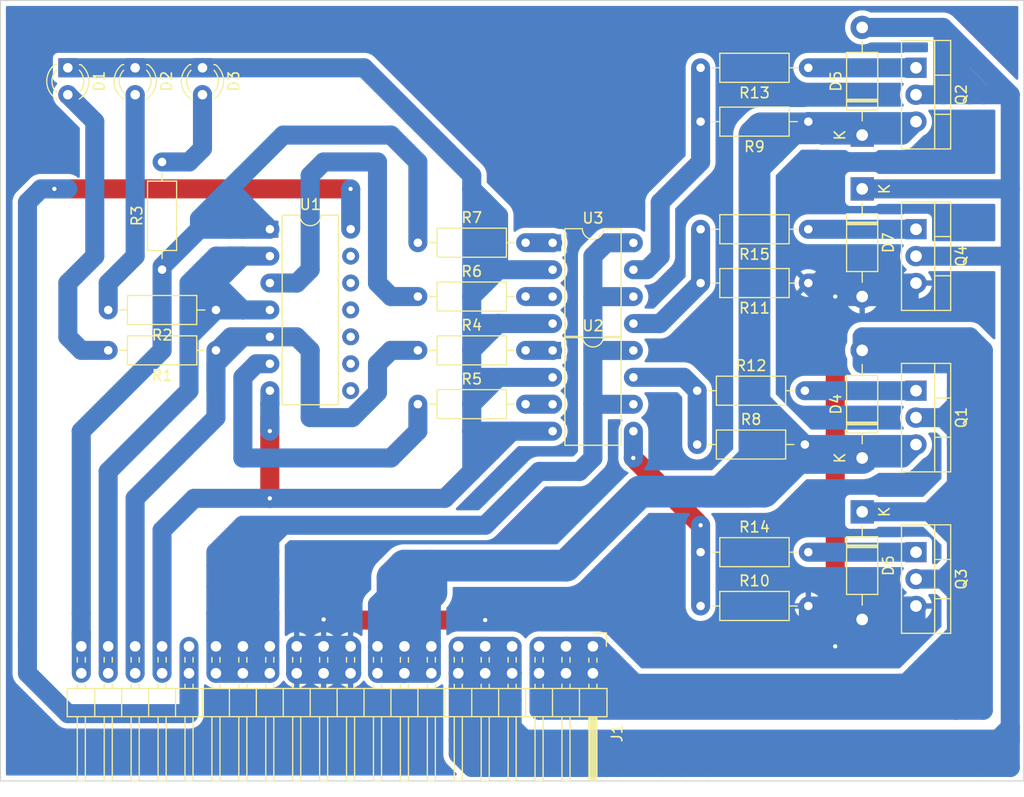
<source format=kicad_pcb>
(kicad_pcb (version 20211014) (generator pcbnew)
  (layers (0 "F.Cu" signal) (31 "B.Cu" signal) (34 "B.Paste" user) (35 "F.Paste" user) (36 "B.SilkS" user "B.Silkscreen") (37 "F.SilkS" user "F.Silkscreen") (38 "B.Mask" user) (39 "F.Mask" user) (44 "Edge.Cuts" user))
  (net 0 "")
  (net 1 "1")
  (net 2 "M+")
  (net 3 "4")
  (net 4 "M-")
  (net 5 "Net-(Q1-Pad1)")
  (net 6 "Net-(Q2-Pad1)")
  (net 7 "+12V")
  (net 8 "+24V")
  (net 9 "GND1")
  (net 10 "Net-(Q3-Pad1)")
  (net 11 "+5V")
  (net 12 "GND")
  (net 13 "Net-(Q4-Pad1)")
  (net 14 "PWM")
  (net 15 "1'")
  (net 16 "4'")
  (net 17 "2'")
  (net 18 "3'")
  (net 20 "2")
  (net 21 "3")
  (net 27 "Net-(D1-Pad2)")
  (net 28 "Net-(D2-Pad2)")
  (net 29 "Net-(D3-Pad2)")
  (net 30 "Net-(R6-Pad2)")
  (net 31 "Net-(R7-Pad2)")
  (net 32 "Net-(R4-Pad2)")
  (net 33 "Net-(R5-Pad2)")
  (footprint "Diode_THT:D_DO-41_SOD81_P10.16mm_Horizontal" (layer "F.Cu") (at 154.94 99.06 -90)
    (fp_text reference "D7")
    (fp_text value "ds")
  )
  (footprint "Resistor_THT:R_Axial_DIN0207_L6.3mm_D2.5mm_P10.16mm_Horizontal" (layer "F.Cu") (at 139.375 123.19)
    (fp_text reference "R8")
    (fp_text value "R")
  )
  (footprint "Resistor_THT:R_Axial_DIN0207_L6.3mm_D2.5mm_P10.16mm_Horizontal" (layer "F.Cu") (at 139.7 138.43)
    (fp_text reference "R10")
    (fp_text value "R")
  )
  (footprint "Resistor_THT:R_Axial_DIN0207_L6.3mm_D2.5mm_P10.16mm_Horizontal" (layer "F.Cu") (at 88.9 106.68 90)
    (fp_text reference "R3")
    (fp_text value "R")
  )
  (footprint "LED_THT:LED_D3.0mm" (layer "F.Cu") (at 92.71 87.63 -90)
    (fp_text reference "D3")
    (fp_text value "LED")
  )
  (footprint "Package_DIP:DIP-8_W7.62mm" (layer "F.Cu") (at 125.74 114.31)
    (fp_text reference "U2")
    (fp_text value "TLP627-2")
  )
  (footprint "Diode_THT:D_DO-41_SOD81_P10.16mm_Horizontal" (layer "F.Cu") (at 154.94 129.54 -90)
    (fp_text reference "D6")
    (fp_text value "ds")
  )
  (footprint "Resistor_THT:R_Axial_DIN0207_L6.3mm_D2.5mm_P10.16mm_Horizontal" (layer "F.Cu") (at 139.7 133.35)
    (fp_text reference "R14")
    (fp_text value "R")
  )
  (footprint "LED_THT:LED_D3.0mm" (layer "F.Cu") (at 86.36 87.63 -90)
    (fp_text reference "D2")
    (fp_text value "LED")
  )
  (footprint "Resistor_THT:R_Axial_DIN0207_L6.3mm_D2.5mm_P10.16mm_Horizontal" (layer "F.Cu") (at 149.86 107.95 180)
    (fp_text reference "R11")
    (fp_text value "R")
  )
  (footprint "Resistor_THT:R_Axial_DIN0207_L6.3mm_D2.5mm_P10.16mm_Horizontal" (layer "F.Cu") (at 113.03 104.14)
    (fp_text reference "R7")
    (fp_text value "R")
  )
  (footprint "Diode_THT:D_DO-41_SOD81_P10.16mm_Horizontal" (layer "F.Cu") (at 154.94 124.46 90)
    (fp_text reference "D4")
    (fp_text value "ds")
  )
  (footprint "Resistor_THT:R_Axial_DIN0207_L6.3mm_D2.5mm_P10.16mm_Horizontal" (layer "F.Cu") (at 113.03 119.38)
    (fp_text reference "R5")
    (fp_text value "R")
  )
  (footprint "Resistor_THT:R_Axial_DIN0207_L6.3mm_D2.5mm_P10.16mm_Horizontal" (layer "F.Cu") (at 113.03 114.3)
    (fp_text reference "R4")
    (fp_text value "R")
  )
  (footprint "LED_THT:LED_D3.0mm" (layer "F.Cu") (at 80.01 87.63 -90)
    (fp_text reference "D1")
    (fp_text value "LED")
  )
  (footprint "Package_TO_SOT_THT:TO-220-3_Vertical" (layer "F.Cu") (at 160.02 133.35 -90)
    (fp_text reference "Q3")
    (fp_text value "irf3205")
  )
  (footprint "Resistor_THT:R_Axial_DIN0207_L6.3mm_D2.5mm_P10.16mm_Horizontal" (layer "F.Cu") (at 149.86 102.87 180)
    (fp_text reference "R15")
    (fp_text value "R")
  )
  (footprint "Diode_THT:D_DO-41_SOD81_P10.16mm_Horizontal" (layer "F.Cu") (at 154.94 93.98 90)
    (fp_text reference "D5")
    (fp_text value "ds")
  )
  (footprint "Resistor_THT:R_Axial_DIN0207_L6.3mm_D2.5mm_P10.16mm_Horizontal" (layer "F.Cu") (at 93.98 110.49 180)
    (fp_text reference "R2")
    (fp_text value "R")
  )
  (footprint "Package_TO_SOT_THT:TO-220-3_Vertical" (layer "F.Cu") (at 160.02 118.11 -90)
    (fp_text reference "Q1")
    (fp_text value "２ＳＪ３３４")
  )
  (footprint "Resistor_THT:R_Axial_DIN0207_L6.3mm_D2.5mm_P10.16mm_Horizontal" (layer "F.Cu") (at 93.98 114.3 180)
    (fp_text reference "R1")
    (fp_text value "R")
  )
  (footprint "Resistor_THT:R_Axial_DIN0207_L6.3mm_D2.5mm_P10.16mm_Horizontal" (layer "F.Cu") (at 149.86 92.71 180)
    (fp_text reference "R9")
    (fp_text value "R")
  )
  (footprint "Package_TO_SOT_THT:TO-220-3_Vertical" (layer "F.Cu") (at 160.02 87.63 -90)
    (fp_text reference "Q2")
    (fp_text value "２ＳＪ３３４")
  )
  (footprint "Resistor_THT:R_Axial_DIN0207_L6.3mm_D2.5mm_P10.16mm_Horizontal" (layer "F.Cu") (at 113.03 109.22)
    (fp_text reference "R6")
    (fp_text value "R")
  )
  (footprint "Resistor_THT:R_Axial_DIN0207_L6.3mm_D2.5mm_P10.16mm_Horizontal" (layer "F.Cu") (at 149.86 87.63 180)
    (fp_text reference "R13")
    (fp_text value "R")
  )
  (footprint "Package_TO_SOT_THT:TO-220-3_Vertical" (layer "F.Cu") (at 160.02 102.87 -90)
    (fp_text reference "Q4")
    (fp_text value "irf3205")
  )
  (footprint "Package_DIP:DIP-8_W7.62mm" (layer "F.Cu") (at 125.74 104.15)
    (fp_text reference "U3")
    (fp_text value "TLP627-2")
  )
  (footprint "Resistor_THT:R_Axial_DIN0207_L6.3mm_D2.5mm_P10.16mm_Horizontal" (layer "F.Cu") (at 139.375 118.11)
    (fp_text reference "R12")
    (fp_text value "R")
  )
  (footprint "Package_DIP:DIP-14_W7.62mm" (layer "F.Cu") (at 99.07 102.865)
    (fp_text reference "U1")
    (fp_text value "74HC00")
  )
  (footprint "Connector_PinHeader_2.54mm:PinHeader_2x20_P2.54mm_Horizontal" (layer "F.Cu") (at 129.54 142.24 -90)
    (fp_text reference "J1")
    (fp_text value "Conn_02x20_Odd_Even")
  )
  (gr_rect (start 73.66 81.28) (end 170.18 154.94) (layer "Edge.Cuts") (width 0.1) (fill none))
  (segment (start 95.39863 113.025) (end 96.525 113.025) (width 1.8) (layer "B.Cu") (net 1))
  (segment (start 96.525 113.025) (end 93.98 115.57) (width 1.8) (layer "B.Cu") (net 1))
  (segment (start 109.22 115.57) (end 109.22 118.262006) (width 1.8) (layer "B.Cu") (net 1))
  (segment (start 86.355 144.775) (end 86.36 144.78) (width 1.8) (layer "B.Cu") (net 1))
  (segment (start 93.98 118.11) (end 93.98 114.3) (width 1.8) (layer "B.Cu") (net 1))
  (segment (start 102.87 114.3) (end 102.87 120.65) (width 1.8) (layer "B.Cu") (net 1))
  (segment (start 93.98 120.65) (end 86.355 128.275) (width 1.8) (layer "B.Cu") (net 1))
  (segment (start 106.832006 120.65) (end 109.22 118.262006) (width 1.8) (layer "B.Cu") (net 1))
  (segment (start 101.595 113.025) (end 102.87 114.3) (width 1.8) (layer "B.Cu") (net 1))
  (segment (start 110.49 114.3) (end 109.22 115.57) (width 1.8) (layer "B.Cu") (net 1))
  (segment (start 93.98 118.11) (end 93.98 120.65) (width 1.8) (layer "B.Cu") (net 1))
  (segment (start 96.525 113.025) (end 99.07 113.025) (width 1.8) (layer "B.Cu") (net 1))
  (segment (start 102.87 120.65) (end 106.832006 120.65) (width 1.8) (layer "B.Cu") (net 1))
  (segment (start 93.98 115.57) (end 93.98 118.11) (width 1.8) (layer "B.Cu") (net 1))
  (segment (start 113.03 114.3) (end 110.49 114.3) (width 1.8) (layer "B.Cu") (net 1))
  (segment (start 93.98 114.44363) (end 95.39863 113.025) (width 1.8) (layer "B.Cu") (net 1))
  (segment (start 99.07 113.025) (end 101.595 113.025) (width 1.8) (layer "B.Cu") (net 1))
  (segment (start 86.355 128.275) (end 86.355 144.775) (width 1.8) (layer "B.Cu") (net 1))
  (segment (start 139.625 152.875) (end 140.42 153.67) (width 1.8) (layer "B.Cu") (net 2))
  (segment (start 133.735 151.765) (end 136.485 151.765) (width 1.8) (layer "B.Cu") (net 2))
  (segment (start 126.765 151.765) (end 128.765 151.765) (width 1.8) (layer "B.Cu") (net 2))
  (segment (start 116.84 144.78) (end 116.84 146.05) (width 1.8) (layer "B.Cu") (net 2))
  (segment (start 123.825 151.825) (end 125.67 153.67) (width 1.8) (layer "B.Cu") (net 2))
  (segment (start 128.33 153.67) (end 127.83 153.67) (width 1.8) (layer "B.Cu") (net 2))
  (segment (start 136.485 152.235) (end 137.125 152.875) (width 1.8) (layer "B.Cu") (net 2))
  (segment (start 136.485 151.765) (end 136.485 152.235) (width 1.8) (layer "B.Cu") (net 2))
  (segment (start 123.825 151.765) (end 123.19 151.13) (width 1.8) (layer "B.Cu") (net 2))
  (segment (start 165.1 90.17) (end 163.195 88.265) (width 1.8) (layer "B.Cu") (net 2))
  (segment (start 129.765 151.765) (end 130.83 152.83) (width 1.8) (layer "B.Cu") (net 2))
  (segment (start 125.67 153.67) (end 120.65 153.67) (width 1.8) (layer "B.Cu") (net 2))
  (segment (start 116.84 151.13) (end 116.84 152.4) (width 1.8) (layer "B.Cu") (net 2))
  (segment (start 116.84 151.13) (end 116.84 146.05) (width 1.8) (layer "B.Cu") (net 2))
  (segment (start 127.83 152.83) (end 127.83 153.67) (width 1.8) (layer "B.Cu") (net 2))
  (segment (start 168.91 99.06) (end 168.91 105.41) (width 1.8) (layer "B.Cu") (net 2))
  (segment (start 168.91 151.13) (end 168.91 153.67) (width 1.8) (layer "B.Cu") (net 2))
  (segment (start 120.65 146.05) (end 121.92 147.32) (width 1.8) (layer "B.Cu") (net 2))
  (segment (start 116.84 152.4) (end 118.11 153.67) (width 1.8) (layer "B.Cu") (net 2))
  (segment (start 154.94 99.06) (end 168.91 99.06) (width 1.8) (layer "B.Cu") (net 2))
  (segment (start 118.745 150.495) (end 118.11 149.86) (width 1.8) (layer "B.Cu") (net 2))
  (segment (start 119.38 142.24) (end 121.92 144.78) (width 1.8) (layer "B.Cu") (net 2))
  (segment (start 163.195 86.995) (end 166.37 90.17) (width 1.8) (layer "B.Cu") (net 2))
  (segment (start 160.02 90.17) (end 162.56 90.17) (width 1.8) (layer "B.Cu") (net 2))
  (segment (start 133.735 151.855) (end 131.92 153.67) (width 1.8) (layer "B.Cu") (net 2))
  (segment (start 116.84 146.05) (end 118.11 147.32) (width 1.8) (layer "B.Cu") (net 2))
  (segment (start 128.765 151.765) (end 129.765 151.765) (width 1.8) (layer "B.Cu") (net 2))
  (segment (start 119.38 152.4) (end 119.38 144.78) (width 1.8) (layer "B.Cu") (net 2))
  (segment (start 163.195 86.995) (end 163.195 84.455) (width 1.8) (layer "B.Cu") (net 2))
  (segment (start 121.92 144.78) (end 121.92 142.24) (width 1.8) (layer "B.Cu") (net 2))
  (segment (start 168.91 149.86) (end 168.91 151.13) (width 1.8) (layer "B.Cu") (net 2))
  (segment (start 120.65 146.05) (end 120.65 153.67) (width 1.8) (layer "B.Cu") (net 2))
  (segment (start 119.38 149.86) (end 119.38 152.4) (width 1.8) (layer "B.Cu") (net 2))
  (segment (start 121.92 152.4) (end 123.32 151) (width 1.8) (layer "B.Cu") (net 2))
  (segment (start 162.56 83.82) (end 162.56 90.17) (width 1.8) (layer "B.Cu") (net 2))
  (segment (start 131.515 151.765) (end 133.735 151.765) (width 1.8) (layer "B.Cu") (net 2))
  (segment (start 162.56 83.82) (end 163.195 84.455) (width 1.8) (layer "B.Cu") (net 2))
  (segment (start 121.92 149.86) (end 123.825 151.765) (width 1.8) (layer "B.Cu") (net 2))
  (segment (start 116.84 144.78) (end 121.92 144.78) (width 1.8) (layer "B.Cu") (net 2))
  (segment (start 163.195 88.265) (end 163.195 86.995) (width 1.8) (layer "B.Cu") (net 2))
  (segment (start 121.92 144.78) (end 121.92 149.86) (width 1.8) (layer "B.Cu") (net 2))
  (segment (start 119.38 151.13) (end 118.745 151.765) (width 1.8) (layer "B.Cu") (net 2))
  (segment (start 127.83 153.67) (end 125.67 153.67) (width 1.8) (layer "B.Cu") (net 2))
  (segment (start 168.115 152.875) (end 168.91 153.67) (width 1.8) (layer "B.Cu") (net 2))
  (segment (start 123.32 151) (end 167.77 151) (width 1.8) (layer "B.Cu") (net 2))
  (segment (start 116.84 144.78) (end 119.38 147.32) (width 1.8) (layer "B.Cu") (net 2))
  (segment (start 116.84 144.78) (end 119.38 142.24) (width 1.8) (layer "B.Cu") (net 2))
  (segment (start 128.765 153.235) (end 128.765 151.765) (width 1.8) (layer "B.Cu") (net 2))
  (segment (start 131.92 153.67) (end 130.83 153.67) (width 1.8) (layer "B.Cu") (net 2))
  (segment (start 134.175 151.765) (end 136.08 153.67) (width 1.8) (layer "B.Cu") (net 2))
  (segment (start 121.92 152.4) (end 121.92 153.67) (width 1.8) (layer "B.Cu") (net 2))
  (segment (start 137.125 152.875) (end 139.625 152.875) (width 1.8) (layer "B.Cu") (net 2))
  (segment (start 128.33 153.67) (end 128.765 153.235) (width 1.8) (layer "B.Cu") (net 2))
  (segment (start 116.84 142.24) (end 116.84 144.78) (width 1.8) (layer "B.Cu") (net 2))
  (segment (start 121.92 151.13) (end 121.92 153.67) (width 1.8) (layer "B.Cu") (net 2))
  (segment (start 154.94 83.82) (end 162.56 83.82) (width 1.8) (layer "B.Cu") (net 2))
  (segment (start 165.1 90.17) (end 166.37 90.17) (width 1.8) (layer "B.Cu") (net 2))
  (segment (start 166.37 90.17) (end 168.91 90.17) (width 1.8) (layer "B.Cu") (net 2))
  (segment (start 119.38 142.24) (end 119.38 144.78) (width 1.8) (layer "B.Cu") (net 2))
  (segment (start 136.08 153.67) (end 131.92 153.67) (width 1.8) (layer "B.Cu") (net 2))
  (segment (start 130.83 153.67) (end 130.83 152.45) (width 1.8) (layer "B.Cu") (net 2))
  (segment (start 118.11 153.67) (end 120.65 153.67) (width 1.8) (layer "B.Cu") (net 2))
  (segment (start 166.37 152.4) (end 168.91 149.86) (width 1.8) (layer "B.Cu") (net 2))
  (segment (start 137.92 153.67) (end 136.08 153.67) (width 1.8) (layer "B.Cu") (net 2))
  (segment (start 166.37 152.4) (end 166.37 153.67) (width 1.8) (layer "B.Cu") (net 2))
  (segment (start 118.11 152.4) (end 119.38 153.67) (width 1.8) (layer "B.Cu") (net 2))
  (segment (start 136.485 151.765) (end 168.275 151.765) (width 1.8) (layer "B.Cu") (net 2))
  (segment (start 130.83 152.45) (end 131.515 151.765) (width 1.8) (layer "B.Cu") (net 2))
  (segment (start 168.275 151.765) (end 168.91 151.13) (width 1.8) (layer "B.Cu") (net 2))
  (segment (start 129.765 151.765) (end 131.515 151.765) (width 1.8) (layer "B.Cu") (net 2))
  (segment (start 126.765 151.765) (end 127.83 152.83) (width 1.8) (layer "B.Cu") (net 2))
  (segment (start 133.735 151.765) (end 133.735 151.855) (width 1.8) (layer "B.Cu") (net 2))
  (segment (start 165.1 86.36) (end 168.91 90.17) (width 1.8) (layer "B.Cu") (net 2))
  (segment (start 118.11 147.32) (end 118.11 149.86) (width 1.8) (layer "B.Cu") (net 2))
  (segment (start 167.77 151) (end 168.91 149.86) (width 1.8) (layer "B.Cu") (net 2))
  (segment (start 165.1 86.36) (end 163.195 88.265) (width 1.8) (layer "B.Cu") (net 2))
  (segment (start 139.625 152.875) (end 168.115 152.875) (width 1.8) (layer "B.Cu") (net 2))
  (segment (start 163.195 84.455) (end 165.1 86.36) (width 1.8) (layer "B.Cu") (net 2))
  (segment (start 118.11 149.86) (end 119.38 151.13) (width 1.8) (layer "B.Cu") (net 2))
  (segment (start 116.84 142.24) (end 121.92 142.24) (width 1.8) (layer "B.Cu") (net 2))
  (segment (start 133.735 151.765) (end 134.175 151.765) (width 1.8) (layer "B.Cu") (net 2))
  (segment (start 116.84 142.24) (end 119.38 142.24) (width 1.8) (layer "B.Cu") (net 2))
  (segment (start 118.745 151.765) (end 118.11 152.4) (width 1.8) (layer "B.Cu") (net 2))
  (segment (start 121.92 153.67) (end 123.825 151.765) (width 1.8) (layer "B.Cu") (net 2))
  (segment (start 125.67 153.67) (end 125.67 152.86) (width 1.8) (layer "B.Cu") (net 2))
  (segment (start 130.83 153.67) (end 128.33 153.67) (width 1.8) (layer "B.Cu") (net 2))
  (segment (start 118.11 149.86) (end 116.84 151.13) (width 1.8) (layer "B.Cu") (net 2))
  (segment (start 119.38 144.78) (end 120.65 146.05) (width 1.8) (layer "B.Cu") (net 2))
  (segment (start 168.91 153.67) (end 140.42 153.67) (width 1.8) (layer "B.Cu") (net 2))
  (segment (start 168.91 105.41) (end 168.91 151.13) (width 1.8) (layer "B.Cu") (net 2))
  (segment (start 118.745 151.765) (end 118.745 150.495) (width 1.8) (layer "B.Cu") (net 2))
  (segment (start 123.825 151.765) (end 123.825 151.825) (width 1.8) (layer "B.Cu") (net 2))
  (segment (start 123.19 151.13) (end 121.92 151.13) (width 1.8) (layer "B.Cu") (net 2))
  (segment (start 162.56 90.17) (end 165.1 90.17) (width 1.8) (layer "B.Cu") (net 2))
  (segment (start 123.825 151.765) (end 126.765 151.765) (width 1.8) (layer "B.Cu") (net 2))
  (segment (start 130.83 152.83) (end 130.83 153.67) (width 1.8) (layer "B.Cu") (net 2))
  (segment (start 140.42 153.67) (end 137.92 153.67) (width 1.8) (layer "B.Cu") (net 2))
  (segment (start 160.02 105.41) (end 168.91 105.41) (width 1.8) (layer "B.Cu") (net 2))
  (segment (start 125.67 152.86) (end 126.765 151.765) (width 1.8) (layer "B.Cu") (net 2))
  (segment (start 168.91 90.17) (end 168.91 99.06) (width 1.8) (layer "B.Cu") (net 2))
  (segment (start 116.84 151.13) (end 118.11 152.4) (width 1.8) (layer "B.Cu") (net 2))
  (segment (start 119.38 151.13) (end 119.38 152.4) (width 1.8) (layer "B.Cu") (net 2))
  (segment (start 121.92 149.86) (end 121.92 151.13) (width 1.8) (layer "B.Cu") (net 2))
  (segment (start 137.125 152.875) (end 137.92 153.67) (width 1.8) (layer "B.Cu") (net 2))
  (segment (start 81.275 140.965) (end 81.275 141.67) (width 1.8) (layer "B.Cu") (net 3))
  (segment (start 81.275 139.13) (end 81.275 121.925) (width 1.8) (layer "B.Cu") (net 3))
  (segment (start 81.275 139.13) (end 81.275 140.965) (width 1.8) (layer "B.Cu") (net 3))
  (segment (start 95.27 99.065) (end 99.07 102.865) (width 1.8) (layer "B.Cu") (net 3))
  (segment (start 95.245 102.865) (end 96.525 102.865) (width 1.8) (layer "B.Cu") (net 3))
  (segment (start 100.33 93.98) (end 95.245 99.065) (width 1.8) (layer "B.Cu") (net 3))
  (segment (start 92.426573 102.865) (end 95.245 102.865) (width 1.8) (layer "B.Cu") (net 3))
  (segment (start 96.525 102.865) (end 99.07 102.865) (width 1.8) (layer "B.Cu") (net 3))
  (segment (start 95.245 99.065) (end 95.27 99.065) (width 1.8) (layer "B.Cu") (net 3))
  (segment (start 92.426573 102.865) (end 92.426573 101.883427) (width 1.8) (layer "B.Cu") (net 3))
  (segment (start 81.28 140.97) (end 81.28 144.78) (width 1.8) (layer "B.Cu") (net 3))
  (segment (start 113.03 104.14) (end 113.03 96.52) (width 1.8) (layer "B.Cu") (net 3))
  (segment (start 95.27 99.065) (end 96.525 100.32) (width 1.8) (layer "B.Cu") (net 3))
  (segment (start 93.98 101.6) (end 95.245 102.865) (width 1.8) (layer "B.Cu") (net 3))
  (segment (start 92.426573 101.883427) (end 96.52 97.79) (width 1.8) (layer "B.Cu") (net 3))
  (segment (start 81.275 140.965) (end 81.28 140.97) (width 1.8) (layer "B.Cu") (net 3))
  (segment (start 88.9 106.391573) (end 92.426573 102.865) (width 1.8) (layer "B.Cu") (net 3))
  (segment (start 95.245 99.065) (end 95.245 102.865) (width 1.8) (layer "B.Cu") (net 3))
  (segment (start 96.525 100.32) (end 96.525 102.865) (width 1.8) (layer "B.Cu") (net 3))
  (segment (start 81.275 121.925) (end 88.9 114.3) (width 1.8) (layer "B.Cu") (net 3))
  (segment (start 88.9 114.3) (end 88.9 106.68) (width 1.8) (layer "B.Cu") (net 3))
  (segment (start 93.98 100.33) (end 95.245 99.065) (width 1.8) (layer "B.Cu") (net 3))
  (segment (start 110.49 93.98) (end 100.33 93.98) (width 1.8) (layer "B.Cu") (net 3))
  (segment (start 93.98 100.33) (end 93.98 101.6) (width 1.8) (layer "B.Cu") (net 3))
  (segment (start 113.03 96.52) (end 110.49 93.98) (width 1.8) (layer "B.Cu") (net 3))
  (segment (start 163.83 145.73) (end 163.83 147) (width 1.8) (layer "B.Cu") (net 4))
  (segment (start 163.83 135.89) (end 162.56 135.89) (width 1.8) (layer "B.Cu") (net 4))
  (segment (start 161.925 142.875) (end 163.83 140.97) (width 1.8) (layer "B.Cu") (net 4))
  (segment (start 124.46 147) (end 124.46 148.27) (width 1.8) (layer "B.Cu") (net 4))
  (segment (start 133.52 145.73) (end 158.43 145.73) (width 1.8) (layer "B.Cu") (net 4))
  (segment (start 163.83 137.16) (end 163.83 139.7) (width 1.8) (layer "B.Cu") (net 4))
  (segment (start 163.83 115.57) (end 163.83 118.11) (width 1.8) (layer "B.Cu") (net 4))
  (segment (start 162.56 135.89) (end 163.83 137.16) (width 1.8) (layer "B.Cu") (net 4))
  (segment (start 161.925 142.875) (end 163.83 144.78) (width 1.8) (layer "B.Cu") (net 4))
  (segment (start 160.02 120.65) (end 162.56 120.65) (width 1.8) (layer "B.Cu") (net 4))
  (segment (start 161.925 142.875) (end 161.025 143.775) (width 1.8) (layer "B.Cu") (net 4))
  (segment (start 154.94 129.54) (end 161.29 129.54) (width 1.8) (layer "B.Cu") (net 4))
  (segment (start 160.02 144.78) (end 159.07 145.73) (width 1.8) (layer "B.Cu") (net 4))
  (segment (start 165.1 113.03) (end 165.1 115.57) (width 1.8) (layer "B.Cu") (net 4))
  (segment (start 161.77 144.52) (end 161.77 145.73) (width 1.8) (layer "B.Cu") (net 4))
  (segment (start 162.56 135.89) (end 163.83 134.62) (width 1.8) (layer "B.Cu") (net 4))
  (segment (start 130.41 143.91) (end 131 144.5) (width 1.8) (layer "B.Cu") (net 4))
  (segment (start 132.27 145.73) (end 133.52 145.73) (width 1.8) (layer "B.Cu") (net 4))
  (segment (start 131 144.5) (end 131 144.75) (width 1.8) (layer "B.Cu") (net 4))
  (segment (start 127 142.24) (end 127 145.73) (width 1.8) (layer "B.Cu") (net 4))
  (segment (start 166.37 148.27) (end 166.37 114.3) (width 1.8) (layer "B.Cu") (net 4))
  (segment (start 163.83 119.38) (end 163.83 118.11) (width 1.8) (layer "B.Cu") (net 4))
  (segment (start 154.94 115.57) (end 163.83 115.57) (width 1.8) (layer "B.Cu") (net 4))
  (segment (start 130.41 143.91) (end 130.715 143.605) (width 1.8) (layer "B.Cu") (net 4))
  (segment (start 161.025 143.775) (end 160.02 144.78) (width 1.8) (layer "B.Cu") (net 4))
  (segment (start 160.02 144.78) (end 160.02 145.73) (width 1.8) (layer "B.Cu") (net 4))
  (segment (start 163.83 114.3) (end 165.1 115.57) (width 1.8) (layer "B.Cu") (net 4))
  (segment (start 166.37 114.3) (end 165.1 113.03) (width 1.8) (layer "B.Cu") (net 4))
  (segment (start 127 142.24) (end 127 144.78) (width 1.8) (layer "B.Cu") (net 4))
  (segment (start 160.02 145.73) (end 161.77 145.73) (width 1.8) (layer "B.Cu") (net 4))
  (segment (start 124.46 142.24) (end 129.54 142.24) (width 1.8) (layer "B.Cu") (net 4))
  (segment (start 162.56 120.65) (end 163.83 120.65) (width 1.8) (layer "B.Cu") (net 4))
  (segment (start 161.025 143.775) (end 161.77 144.52) (width 1.8) (layer "B.Cu") (net 4))
  (segment (start 154.94 114.3) (end 163.83 114.3) (width 1.8) (layer "B.Cu") (net 4))
  (segment (start 163.83 121.92) (end 163.83 123.19) (width 1.8) (layer "B.Cu") (net 4))
  (segment (start 129.54 142.24) (end 130.03 142.24) (width 1.8) (layer "B.Cu") (net 4))
  (segment (start 158.75 147) (end 163.83 147) (width 1.8) (layer "B.Cu") (net 4))
  (segment (start 163.83 148.27) (end 163.83 147) (width 1.8) (layer "B.Cu") (net 4))
  (segment (start 130.715 143.605) (end 131.395 143.605) (width 1.8) (layer "B.Cu") (net 4))
  (segment (start 129.54 142.24) (end 129.54 144.78) (width 1.8) (layer "B.Cu") (net 4))
  (segment (start 154.94 113.03) (end 154.94 114.3) (width 1.8) (layer "B.Cu") (net 4))
  (segment (start 158.43 145.73) (end 161.29 145.73) (width 1.8) (layer "B.Cu") (net 4))
  (segment (start 163.83 129.54) (end 163.83 132.08) (width 1.8) (layer "B.Cu") (net 4))
  (segment (start 163.83 140.97) (end 163.83 146.05) (width 1.8) (layer "B.Cu") (net 4))
  (segment (start 124.46 142.24) (end 127 144.78) (width 1.8) (layer "B.Cu") (net 4))
  (segment (start 162.56 120.65) (end 163.83 119.38) (width 1.8) (layer "B.Cu") (net 4))
  (segment (start 162.56 120.65) (end 163.83 121.92) (width 1.8) (layer "B.Cu") (net 4))
  (segment (start 124.46 142.24) (end 124.46 148.27) (width 1.8) (layer "B.Cu") (net 4))
  (segment (start 159.07 145.73) (end 158.43 145.73) (width 1.8) (layer "B.Cu") (net 4))
  (segment (start 165.1 115.57) (end 165.1 147.32) (width 1.8) (layer "B.Cu") (net 4))
  (segment (start 165.1 113.03) (end 154.94 113.03) (width 1.8) (layer "B.Cu") (net 4))
  (segment (start 130.03 142.24) (end 131.395 143.605) (width 1.8) (layer "B.Cu") (net 4))
  (segment (start 162.56 135.89) (end 160.02 135.89) (width 1.8) (layer "B.Cu") (net 4))
  (segment (start 163.83 132.08) (end 163.83 134.62) (width 1.8) (layer "B.Cu") (net 4))
  (segment (start 161.29 129.54) (end 163.83 132.08) (width 1.8) (layer "B.Cu") (net 4))
  (segment (start 163.83 123.19) (end 163.83 127) (width 1.8) (layer "B.Cu") (net 4))
  (segment (start 127 142.24) (end 129.54 144.78) (width 1.8) (layer "B.Cu") (net 4))
  (segment (start 124.46 147) (end 158.75 147) (width 1.8) (layer "B.Cu") (net 4))
  (segment (start 161.29 129.54) (end 163.83 129.54) (width 1.8) (layer "B.Cu") (net 4))
  (segment (start 163.83 134.62) (end 163.83 135.89) (width 1.8) (layer "B.Cu") (net 4))
  (segment (start 163.83 135.89) (end 163.83 139.7) (width 1.8) (layer "B.Cu") (net 4))
  (segment (start 124.46 142.24) (end 124.46 144.78) (width 1.8) (layer "B.Cu") (net 4))
  (segment (start 129.54 145.73) (end 129.54 148.27) (width 1.8) (layer "B.Cu") (net 4))
  (segment (start 131.98 145.73) (end 132.27 145.73) (width 1.8) (layer "B.Cu") (net 4))
  (segment (start 129.54 144.78) (end 130.41 143.91) (width 1.8) (layer "B.Cu") (net 4))
  (segment (start 161.77 145.73) (end 163.83 145.73) (width 1.8) (layer "B.Cu") (net 4))
  (segment (start 131 144.75) (end 131.98 145.73) (width 1.8) (layer "B.Cu") (net 4))
  (segment (start 163.83 120.65) (end 163.83 123.19) (width 1.8) (layer "B.Cu") (net 4))
  (segment (start 154.94 114.3) (end 154.94 115.57) (width 1.8) (layer "B.Cu") (net 4))
  (segment (start 124.46 145.73) (end 124.46 147) (width 1.8) (layer "B.Cu") (net 4))
  (segment (start 163.83 148.27) (end 166.37 148.27) (width 1.8) (layer "B.Cu") (net 4))
  (segment (start 163.83 127) (end 163.83 129.54) (width 1.8) (layer "B.Cu") (net 4))
  (segment (start 163.83 118.11) (end 163.83 120.65) (width 1.8) (layer "B.Cu") (net 4))
  (segment (start 124.46 145.73) (end 132.27 145.73) (width 1.8) (layer "B.Cu") (net 4))
  (segment (start 160.02 145.73) (end 158.75 147) (width 1.8) (layer "B.Cu") (net 4))
  (segment (start 163.83 139.7) (end 163.83 140.97) (width 1.8) (layer "B.Cu") (net 4))
  (segment (start 161.29 129.54) (end 163.83 127) (width 1.8) (layer "B.Cu") (net 4))
  (segment (start 124.46 148.27) (end 163.83 148.27) (width 1.8) (layer "B.Cu") (net 4))
  (segment (start 131.395 143.605) (end 133.52 145.73) (width 1.8) (layer "B.Cu") (net 4))
  (segment (start 124.46 144.78) (end 129.54 144.78) (width 1.8) (layer "B.Cu") (net 4))
  (segment (start 149.535 118.11) (end 160.02 118.11) (width 1.8) (layer "B.Cu") (net 5))
  (segment (start 149.86 87.63) (end 160.02 87.63) (width 1.8) (layer "B.Cu") (net 6))
  (segment (start 93.975 136.59) (end 95.245 135.32) (width 1.8) (layer "B.Cu") (net 7))
  (segment (start 96.515 133.345) (end 96.515 139.13) (width 1.8) (layer "B.Cu") (net 7))
  (segment (start 95.95 135.32) (end 95.95 136.59) (width 1.8) (layer "B.Cu") (net 7))
  (segment (start 94.9625 140.6825) (end 96.2325 140.6825) (width 1.8) (layer "B.Cu") (net 7))
  (segment (start 96.52 130.81) (end 96.515 130.815) (width 1.8) (layer "B.Cu") (net 7))
  (segment (start 97.795 133.355) (end 97.155 132.715) (width 1.8) (layer "B.Cu") (net 7))
  (segment (start 96.515 140.965) (end 96.515 141.67) (width 1.8) (layer "B.Cu") (net 7))
  (segment (start 133.36 104.15) (end 130.8 104.15) (width 1.8) (layer "B.Cu") (net 7))
  (segment (start 93.975 139.13) (end 93.975 134.625) (width 1.8) (layer "B.Cu") (net 7))
  (segment (start 93.975 139.13) (end 97.155 135.95) (width 1.8) (layer "B.Cu") (net 7))
  (segment (start 99.055 132.075) (end 99.065 132.075) (width 1.8) (layer "B.Cu") (net 7))
  (segment (start 96.52 130.81) (end 93.975 133.355) (width 1.8) (layer "B.Cu") (net 7))
  (segment (start 96.515 130.815) (end 96.515 132.075) (width 1.8) (layer "B.Cu") (net 7))
  (segment (start 99.055 133.355) (end 97.795 133.355) (width 1.8) (layer "B.Cu") (net 7))
  (segment (start 93.975 139.13) (end 93.975 141.67) (width 1.8) (layer "B.Cu") (net 7))
  (segment (start 133.36 119.39) (end 129.55 119.39) (width 1.8) (layer "B.Cu") (net 7))
  (segment (start 93.975 141.67) (end 99.055 141.67) (width 1.8) (layer "B.Cu") (net 7))
  (segment (start 97.155 133.985) (end 96.515 133.345) (width 1.8) (layer "B.Cu") (net 7))
  (segment (start 97.79 130.81) (end 97.79 132.08) (width 1.8) (layer "B.Cu") (net 7))
  (segment (start 129.54 124.46) (end 128.27 125.73) (width 1.8) (layer "B.Cu") (net 7))
  (segment (start 99.06 144.78) (end 96.52 142.24) (width 1.8) (layer "B.Cu") (net 7))
  (segment (start 93.975 139.13) (end 99.055 139.13) (width 1.8) (layer "B.Cu") (net 7))
  (segment (start 95.245 135.32) (end 95.95 135.32) (width 1.8) (layer "B.Cu") (net 7))
  (segment (start 96.2325 140.6825) (end 99.06 143.51) (width 1.8) (layer "B.Cu") (net 7))
  (segment (start 99.055 135.885) (end 97.155 133.985) (width 1.8) (layer "B.Cu") (net 7))
  (segment (start 94.9625 140.6825) (end 96.515 139.13) (width 1.8) (layer "B.Cu") (net 7))
  (segment (start 96.515 140.965) (end 96.52 140.97) (width 1.8) (layer "B.Cu") (net 7))
  (segment (start 128.27 125.73) (end 124.46 125.73) (width 1.8) (layer "B.Cu") (net 7))
  (segment (start 94.615 133.985) (end 95.95 135.32) (width 1.8) (layer "B.Cu") (net 7))
  (segment (start 96.52 140.97) (end 96.52 144.78) (width 1.8) (layer "B.Cu") (net 7))
  (segment (start 96.515 139.13) (end 96.515 140.965) (width 1.8) (layer "B.Cu") (net 7))
  (segment (start 129.55 114.31) (end 129.54 114.3) (width 1.8) (layer "B.Cu") (net 7))
  (segment (start 99.055 139.13) (end 96.515 136.59) (width 1.8) (layer "B.Cu") (net 7))
  (segment (start 97.155 132.715) (end 97.155 133.985) (width 1.8) (layer "B.Cu") (net 7))
  (segment (start 93.98 144.78) (end 98.0725 140.6875) (width 1.8) (layer "B.Cu") (net 7))
  (segment (start 99.055 137.165) (end 99.055 133.355) (width 1.8) (layer "B.Cu") (net 7))
  (segment (start 99.055 133.355) (end 99.055 132.075) (width 1.8) (layer "B.Cu") (net 7))
  (segment (start 94.615 133.985) (end 96.515 132.085) (width 1.8) (layer "B.Cu") (net 7))
  (segment (start 96.515 139.13) (end 98.0725 140.6875) (width 1.8) (layer "B.Cu") (net 7))
  (segment (start 133.36 109.23) (end 129.55 109.23) (width 1.8) (layer "B.Cu") (net 7))
  (segment (start 99.055 141.67) (end 99.055 139.13) (width 1.8) (layer "B.Cu") (net 7))
  (segment (start 129.54 109.22) (end 129.54 114.3) (width 1.8) (layer "B.Cu") (net 7))
  (segment (start 95.95 136.59) (end 99.055 136.59) (width 1.8) (layer "B.Cu") (net 7))
  (segment (start 129.54 105.41) (end 129.54 109.22) (width 1.8) (layer "B.Cu") (net 7))
  (segment (start 93.975 139.13) (end 93.98 139.135) (width 1.8) (layer "B.Cu") (net 7))
  (segment (start 93.98 142.24) (end 96.52 144.78) (width 1.8) (layer "B.Cu") (net 7))
  (segment (start 93.975 133.355) (end 93.975 134.625) (width 1.8) (layer "B.Cu") (net 7))
  (segment (start 99.055 137.165) (end 99.055 135.885) (width 1.8) (layer "B.Cu") (net 7))
  (segment (start 93.975 141.67) (end 94.9625 140.6825) (width 1.8) (layer "B.Cu") (net 7))
  (segment (start 93.98 144.78) (end 99.06 144.78) (width 1.8) (layer "B.Cu") (net 7))
  (segment (start 133.36 114.31) (end 129.55 114.31) (width 1.8) (layer "B.Cu") (net 7))
  (segment (start 129.54 114.3) (end 129.54 119.38) (width 1.8) (layer "B.Cu") (net 7))
  (segment (start 99.055 139.13) (end 99.055 137.165) (width 1.8) (layer "B.Cu") (net 7))
  (segment (start 129.55 119.39) (end 129.54 119.38) (width 1.8) (layer "B.Cu") (net 7))
  (segment (start 99.065 132.075) (end 100.33 130.81) (width 1.8) (layer "B.Cu") (net 7))
  (segment (start 99.055 139.13) (end 99.06 139.135) (width 1.8) (layer "B.Cu") (net 7))
  (segment (start 119.38 130.81) (end 100.33 130.81) (width 1.8) (layer "B.Cu") (net 7))
  (segment (start 129.54 119.38) (end 129.54 124.46) (width 1.8) (layer "B.Cu") (net 7))
  (segment (start 96.515 132.075) (end 97.155 132.715) (width 1.8) (layer "B.Cu") (net 7))
  (segment (start 93.98 139.135) (end 93.98 144.78) (width 1.8) (layer "B.Cu") (net 7))
  (segment (start 129.55 109.23) (end 129.54 109.22) (width 1.8) (layer "B.Cu") (net 7))
  (segment (start 97.79 130.81) (end 96.52 130.81) (width 1.8) (layer "B.Cu") (net 7))
  (segment (start 93.975 134.625) (end 94.615 133.985) (width 1.8) (layer "B.Cu") (net 7))
  (segment (start 93.975 136.59) (end 95.95 136.59) (width 1.8) (layer "B.Cu") (net 7))
  (segment (start 97.79 132.08) (end 97.155 132.715) (width 1.8) (layer "B.Cu") (net 7))
  (segment (start 124.46 125.73) (end 119.38 130.81) (width 1.8) (layer "B.Cu") (net 7))
  (segment (start 97.79 130.81) (end 99.055 132.075) (width 1.8) (layer "B.Cu") (net 7))
  (segment (start 99.06 139.135) (end 99.06 143.51) (width 1.8) (layer "B.Cu") (net 7))
  (segment (start 98.0725 140.6875) (end 99.055 141.67) (width 1.8) (layer "B.Cu") (net 7))
  (segment (start 100.33 130.81) (end 97.79 130.81) (width 1.8) (layer "B.Cu") (net 7))
  (segment (start 97.155 135.95) (end 97.155 133.985) (width 1.8) (layer "B.Cu") (net 7))
  (segment (start 130.8 104.15) (end 129.54 105.41) (width 1.8) (layer "B.Cu") (net 7))
  (segment (start 99.06 143.51) (end 99.06 144.78) (width 1.8) (layer "B.Cu") (net 7))
  (segment (start 111.76 135.89) (end 113.665 137.795) (width 3) (layer "B.Cu") (net 8))
  (segment (start 114.3 134.62) (end 111.76 134.62) (width 3) (layer "B.Cu") (net 8))
  (segment (start 114.3 137.16) (end 110.34 137.16) (width 1.8) (layer "B.Cu") (net 8))
  (segment (start 114.3 142.24) (end 114.3 137.16) (width 1.8) (layer "B.Cu") (net 8))
  (segment (start 127 134.62) (end 114.3 134.62) (width 3) (layer "B.Cu") (net 8))
  (segment (start 149.535 123.19) (end 160.02 123.19) (width 1.8) (layer "B.Cu") (net 8))
  (segment (start 111.76 142.24) (end 111.76 139.7) (width 1.8) (layer "B.Cu") (net 8))
  (segment (start 148.844 124.46) (end 154.94 124.46) (width 3) (layer "B.Cu") (net 8))
  (segment (start 154.94 124.46) (end 158.75 124.46) (width 1.8) (layer "B.Cu") (net 8))
  (segment (start 144.78 127) (end 144.78 123.19) (width 3) (layer "B.Cu") (net 8))
  (segment (start 144.78 123.19) (end 149.535 123.19) (width 1.8) (layer "B.Cu") (net 8))
  (segment (start 145.415 94.415) (end 145.415 93.345) (width 1.8) (layer "B.Cu") (net 8))
  (segment (start 110.64 139.7) (end 111.76 139.7) (width 1.8) (layer "B.Cu") (net 8))
  (segment (start 146.05 124.46) (end 148.844 124.46) (width 3) (layer "B.Cu") (net 8))
  (segment (start 150.805 124.46) (end 149.535 123.19) (width 1.8) (layer "B.Cu") (net 8))
  (segment (start 144.145 127.635) (end 144.78 127) (width 3) (layer "B.Cu") (net 8))
  (segment (start 144.78 123.19) (end 144.78 120.03) (width 3) (layer "B.Cu") (net 8))
  (segment (start 109.22 138.28) (end 110.64 139.7) (width 1.8) (layer "B.Cu") (net 8))
  (segment (start 111.76 134.62) (end 111.76 135.89) (width 3) (layer "B.Cu") (net 8))
  (segment (start 154.94 93.98) (end 158.75 93.98) (width 1.8) (layer "B.Cu") (net 8))
  (segment (start 141.605 127.635) (end 140.335 127.635) (width 3) (layer "B.Cu") (net 8))
  (segment (start 113.665 137.795) (end 114.3 137.16) (width 3) (layer "B.Cu") (net 8))
  (segment (start 144.78 123.19) (end 145.415 123.825) (width 3) (layer "B.Cu") (net 8))
  (segment (start 111.76 134.62) (end 110.64 135.74) (width 3) (layer "B.Cu") (net 8))
  (segment (start 144.78 93.98) (end 145.415 93.345) (width 3) (layer "B.Cu") (net 8))
  (segment (start 111.76 139.7) (end 114.3 142.24) (width 1.8) (layer "B.Cu") (net 8))
  (segment (start 148.19 123.19) (end 145.03 120.03) (width 1.8) (layer "B.Cu") (net 8))
  (segment (start 140.335 127.635) (end 145.669 127.635) (width 3) (layer "B.Cu") (net 8))
  (segment (start 144.145 127.635) (end 141.605 127.635) (width 3) (layer "B.Cu") (net 8))
  (segment (start 158.75 124.46) (end 160.02 123.19) (width 1.8) (layer "B.Cu") (net 8))
  (segment (start 110.64 135.74) (end 110.64 139.7) (width 3) (layer "B.Cu") (net 8))
  (segment (start 109.22 142.24) (end 109.22 138.28) (width 1.8) (layer "B.Cu") (net 8))
  (segment (start 111.76 142.24) (end 114.3 144.78) (width 1.8) (layer "B.Cu") (net 8))
  (segment (start 149.86 92.71) (end 146.785 95.785) (width 1.8) (layer "B.Cu") (net 8))
  (segment (start 144.78 119.28) (end 144.78 98.53) (width 3) (layer "B.Cu") (net 8))
  (segment (start 114.3 142.24) (end 114.3 144.78) (width 1.8) (layer "B.Cu") (net 8))
  (segment (start 146.785 95.785) (end 145.415 94.415) (width 1.8) (layer "B.Cu") (net 8))
  (segment (start 147.828 125.476) (end 148.844 124.46) (width 3) (layer "B.Cu") (net 8))
  (segment (start 109.22 144.78) (end 114.3 144.78) (width 1.8) (layer "B.Cu") (net 8))
  (segment (start 110.34 137.16) (end 110.34 138.28) (width 1.8) (layer "B.Cu") (net 8))
  (segment (start 149.535 123.19) (end 148.19 123.19) (width 1.8) (layer "B.Cu") (net 8))
  (segment (start 145.415 93.345) (end 150.495 93.345) (width 3) (layer "B.Cu") (net 8))
  (segment (start 109.22 142.24) (end 114.3 142.24) (width 1.8) (layer "B.Cu") (net 8))
  (segment (start 146.785 95.785) (end 144.78 97.79) (width 1.8) (layer "B.Cu") (net 8))
  (segment (start 111.76 144.78) (end 114.3 142.24) (width 1.8) (layer "B.Cu") (net 8))
  (segment (start 154.94 124.46) (end 150.805 124.46) (width 1.8) (layer "B.Cu") (net 8))
  (segment (start 144.78 127) (end 146.304 127) (width 3) (layer "B.Cu") (net 8))
  (segment (start 110.34 137.16) (end 109.22 138.28) (width 1.8) (layer "B.Cu") (net 8))
  (segment (start 145.625 119.28) (end 144.78 119.28) (width 1.8) (layer "B.Cu") (net 8))
  (segment (start 145.669 127.635) (end 147.828 125.476) (width 3) (layer "B.Cu") (net 8))
  (segment (start 145.415 123.825) (end 146.05 124.46) (width 3) (layer "B.Cu") (net 8))
  (segment (start 146.304 127) (end 147.828 125.476) (width 3) (layer "B.Cu") (net 8))
  (segment (start 149.535 123.19) (end 145.625 119.28) (width 1.8) (layer "B.Cu") (net 8))
  (segment (start 150.495 93.345) (end 149.86 92.71) (width 1.8) (layer "B.Cu") (net 8))
  (segment (start 144.78 98.53) (end 144.78 93.98) (width 3) (layer "B.Cu") (net 8))
  (segment (start 154.94 93.98) (end 151.13 93.98) (width 1.8) (layer "B.Cu") (net 8))
  (segment (start 140.335 127.635) (end 133.985 127.635) (width 3) (layer "B.Cu") (net 8))
  (segment (start 111.76 139.7) (end 109.22 142.24) (width 1.8) (layer "B.Cu") (net 8))
  (segment (start 141.605 127.635) (end 145.415 123.825) (width 3) (layer "B.Cu") (net 8))
  (segment (start 109.22 144.78) (end 111.76 144.78) (width 1.8) (layer "B.Cu") (net 8))
  (segment (start 110.34 138.28) (end 111.76 139.7) (width 1.8) (layer "B.Cu") (net 8))
  (segment (start 114.3 134.62) (end 114.3 137.16) (width 3) (layer "B.Cu") (net 8))
  (segment (start 158.75 93.98) (end 160.02 92.71) (width 1.8) (layer "B.Cu") (net 8))
  (segment (start 109.22 144.78) (end 109.22 142.24) (width 1.8) (layer "B.Cu") (net 8))
  (segment (start 151.13 93.98) (end 150.495 93.345) (width 1.8) (layer "B.Cu") (net 8))
  (segment (start 144.78 97.79) (end 144.78 98.53) (width 1.8) (layer "B.Cu") (net 8))
  (segment (start 109.22 142.24) (end 111.76 142.24) (width 1.8) (layer "B.Cu") (net 8))
  (segment (start 144.78 120.03) (end 144.78 119.28) (width 3) (layer "B.Cu") (net 8))
  (segment (start 111.76 139.7) (end 113.665 137.795) (width 3) (layer "B.Cu") (net 8))
  (segment (start 111.76 144.78) (end 109.22 142.24) (width 1.8) (layer "B.Cu") (net 8))
  (segment (start 149.86 92.71) (end 160.02 92.71) (width 1.8) (layer "B.Cu") (net 8))
  (segment (start 133.985 127.635) (end 127 134.62) (width 3) (layer "B.Cu") (net 8))
  (segment (start 145.03 120.03) (end 144.78 120.03) (width 1.8) (layer "B.Cu") (net 8))
  (segment (start 119.38 139.76) (end 104.2 139.76) (width 1.8) (layer "F.Cu") (net 9))
  (segment (start 104.2 139.76) (end 104.14 139.7) (width 1.8) (layer "F.Cu") (net 9))
  (segment (start 152.4 109.22) (end 152.4 142.24) (width 1.8) (layer "F.Cu") (net 9))
  (via (at 152.4 109.22) (size 0.8) (drill 0.4) (layers "F.Cu" "B.Cu") (net 9))
  (via (at 104.14 139.7) (size 0.8) (drill 0.4) (layers "F.Cu" "B.Cu") (net 9))
  (via (at 152.4 142.24) (size 0.8) (drill 0.4) (layers "F.Cu" "B.Cu") (net 9))
  (via (at 119.38 139.76) (size 0.8) (drill 0.4) (layers "F.Cu" "B.Cu") (net 9))
  (segment (start 101.6 144.78) (end 105.41 144.78) (width 2) (layer "B.Cu") (net 9))
  (segment (start 148.59 142.24) (end 149.86 140.97) (width 1.8) (layer "B.Cu") (net 9))
  (segment (start 151.13 142.24) (end 149.86 140.97) (width 1.8) (layer "B.Cu") (net 9))
  (segment (start 156.21 139.7) (end 157.48 139.7) (width 1.8) (layer "B.Cu") (net 9))
  (segment (start 154.94 139.7) (end 156.21 139.7) (width 1.8) (layer "B.Cu") (net 9))
  (segment (start 154.94 139.7) (end 153.67 140.97) (width 1.8) (layer "B.Cu") (net 9))
  (segment (start 106.68 144.78) (end 104.14 142.24) (width 2) (layer "B.Cu") (net 9))
  (segment (start 152.4 142.24) (end 156.21 142.24) (width 1.8) (layer "B.Cu") (net 9))
  (segment (start 157.48 142.24) (end 158.75 142.24) (width 1.8) (layer "B.Cu") (net 9))
  (segment (start 137.16 142.24) (end 148.59 142.24) (width 1.8) (layer "B.Cu") (net 9))
  (segment (start 158.75 140.97) (end 158.75 142.24) (width 1.8) (layer "B.Cu") (net 9))
  (segment (start 152.4 142.24) (end 151.13 142.24) (width 1.8) (layer "B.Cu") (net 9))
  (segment (start 101.6 142.24) (end 104.14 144.78) (width 2) (layer "B.Cu") (net 9))
  (segment (start 153.67 140.97) (end 156.21 140.97) (width 1.8) (layer "B.Cu") (net 9))
  (segment (start 153.67 140.97) (end 152.4 142.24) (width 1.8) (layer "B.Cu") (net 9))
  (segment (start 151.13 109.22) (end 149.86 107.95) (width 1.8) (layer "B.Cu") (net 9))
  (segment (start 154.94 109.22) (end 152.4 109.22) (width 1.8) (layer "B.Cu") (net 9))
  (segment (start 154.94 109.22) (end 158.75 109.22) (width 1.8) (layer "B.Cu") (net 9))
  (segment (start 151.13 138.43) (end 160.02 138.43) (width 1.8) (layer "B.Cu") (net 9))
  (segment (start 156.21 139.7) (end 156.21 142.24) (width 1.8) (layer "B.Cu") (net 9))
  (segment (start 160.02 140.97) (end 160.02 138.43) (width 1.8) (layer "B.Cu") (net 9))
  (segment (start 157.48 139.7) (end 158.75 140.97) (width 1.8) (layer "B.Cu") (net 9))
  (segment (start 106.68 142.24) (end 106.68 144.78) (width 2) (layer "B.Cu") (net 9))
  (segment (start 157.48 142.24) (end 157.48 139.7) (width 1.8) (layer "B.Cu") (net 9))
  (segment (start 158.75 109.22) (end 160.02 107.95) (width 1.8) (layer "B.Cu") (net 9))
  (segment (start 151.13 140.97) (end 151.765 141.605) (width 1.8) (layer "B.Cu") (net 9))
  (segment (start 157.48 139.7) (end 158.75 139.7) (width 1.8) (layer "B.Cu") (net 9))
  (segment (start 119.38 139.76) (end 134.68 139.76) (width 1.8) (layer "B.Cu") (net 9))
  (segment (start 153.67 140.97) (end 152.4 140.97) (width 1.8) (layer "B.Cu") (net 9))
  (segment (start 156.21 142.24) (end 157.48 142.24) (width 1.8) (layer "B.Cu") (net 9))
  (segment (start 149.86 140.97) (end 149.86 138.43) (width 1.8) (layer "B.Cu") (net 9))
  (segment (start 151.13 142.24) (end 148.59 142.24) (width 1.8) (layer "B.Cu") (net 9))
  (segment (start 158.75 139.7) (end 160.02 138.43) (width 1.8) (layer "B.Cu") (net 9))
  (segment (start 151.13 139.7) (end 151.13 140.97) (width 1.8) (layer "B.Cu") (net 9))
  (segment (start 154.94 109.22) (end 157.48 109.22) (width 1.8) (layer "B.Cu") (net 9))
  (segment (start 101.6 142.24) (end 106.68 142.24) (width 2) (layer "B.Cu") (net 9))
  (segment (start 104.14 142.24) (end 101.6 144.78) (width 2) (layer "B.Cu") (net 9))
  (segment (start 134.68 139.76) (end 137.16 142.24) (width 1.8) (layer "B.Cu") (net 9))
  (segment (start 157.48 109.22) (end 158.75 107.95) (width 1.8) (layer "B.Cu") (net 9))
  (segment (start 151.13 139.7) (end 154.94 139.7) (width 1.8) (layer "B.Cu") (net 9))
  (segment (start 158.75 107.95) (end 160.02 107.95) (width 1.8) (layer "B.Cu") (net 9))
  (segment (start 149.86 107.95) (end 158.75 107.95) (width 1.8) (layer "B.Cu") (net 9))
  (segment (start 104.14 144.78) (end 105.41 144.78) (width 2) (layer "B.Cu") (net 9))
  (segment (start 154.94 139.7) (end 152.4 142.24) (width 1.8) (layer "B.Cu") (net 9))
  (segment (start 101.6 142.24) (end 101.6 144.78) (width 2) (layer "B.Cu") (net 9))
  (segment (start 151.765 141.605) (end 152.4 142.24) (width 1.8) (layer "B.Cu") (net 9))
  (segment (start 152.4 109.22) (end 151.13 109.22) (width 1.8) (layer "B.Cu") (net 9))
  (segment (start 156.21 142.24) (end 156.21 140.97) (width 1.8) (layer "B.Cu") (net 9))
  (segment (start 149.86 138.43) (end 151.13 138.43) (width 1.8) (layer "B.Cu") (net 9))
  (segment (start 152.4 140.97) (end 151.765 141.605) (width 1.8) (layer "B.Cu") (net 9))
  (segment (start 156.21 140.97) (end 154.94 139.7) (width 1.8) (layer "B.Cu") (net 9))
  (segment (start 151.13 138.43) (end 151.13 139.7) (width 1.8) (layer "B.Cu") (net 9))
  (segment (start 105.41 144.78) (end 106.68 144.78) (width 2) (layer "B.Cu") (net 9))
  (segment (start 158.75 142.24) (end 160.02 140.97) (width 1.8) (layer "B.Cu") (net 9))
  (segment (start 149.86 133.35) (end 160.02 133.35) (width 1.8) (layer "B.Cu") (net 10))
  (segment (start 106.68 99.06) (end 78.74 99.06) (width 1.8) (layer "F.Cu") (net 11))
  (via (at 106.68 99.06) (size 0.8) (drill 0.4) (layers "F.Cu" "B.Cu") (net 11))
  (via (at 78.74 99.06) (size 0.8) (drill 0.4) (layers "F.Cu" "B.Cu") (net 11))
  (segment (start 76.2 144.78) (end 76.2 140.97) (width 1.8) (layer "B.Cu") (net 11))
  (segment (start 91.44 142.24) (end 91.44 144.78) (width 1.8) (layer "B.Cu") (net 11))
  (segment (start 91.44 148.59) (end 80.01 148.59) (width 1.8) (layer "B.Cu") (net 11))
  (segment (start 91.44 144.78) (end 91.44 148.59) (width 1.8) (layer "B.Cu") (net 11))
  (segment (start 106.69 102.865) (end 106.69 99.07) (width 1.8) (layer "B.Cu") (net 11))
  (segment (start 76.2 100.33) (end 77.47 99.06) (width 1.8) (layer "B.Cu") (net 11))
  (segment (start 80.01 148.59) (end 76.2 144.78) (width 1.8) (layer "B.Cu") (net 11))
  (segment (start 76.2 142.24) (end 76.2 140.97) (width 1.8) (layer "B.Cu") (net 11))
  (segment (start 106.68 99.06) (end 106.69 99.07) (width 1.8) (layer "B.Cu") (net 11))
  (segment (start 77.47 99.06) (end 78.74 99.06) (width 1.8) (layer "B.Cu") (net 11))
  (segment (start 76.2 139.7) (end 76.2 100.33) (width 1.8) (layer "B.Cu") (net 11))
  (segment (start 76.2 140.97) (end 76.2 139.7) (width 1.8) (layer "B.Cu") (net 11))
  (segment (start 78.74 99.06) (end 80.01 99.06) (width 1.8) (layer "B.Cu") (net 11))
  (segment (start 99.06 128.27) (end 99.06 121.92) (width 1.8) (layer "F.Cu") (net 12))
  (segment (start 99.06 121.92) (end 99.06 120.65) (width 1.8) (layer "F.Cu") (net 12))
  (via (at 99.06 121.92) (size 0.8) (drill 0.4) (layers "F.Cu" "B.Cu") (net 12))
  (via (at 99.06 128.27) (size 0.8) (drill 0.4) (layers "F.Cu" "B.Cu") (net 12))
  (segment (start 119.38 100.33) (end 120.64 101.59) (width 1.8) (layer "B.Cu") (net 12))
  (segment (start 120.66 111.77) (end 120.64 111.77) (width 1.8) (layer "B.Cu") (net 12))
  (segment (start 125.74 111.77) (end 120.66 111.77) (width 1.8) (layer "B.Cu") (net 12))
  (segment (start 120.015 123.825) (end 118.11 121.92) (width 1.8) (layer "B.Cu") (net 12))
  (segment (start 92.71 87.63) (end 107.95 87.63) (width 1.8) (layer "B.Cu") (net 12))
  (segment (start 118.11 97.79) (end 118.11 99.06) (width 1.8) (layer "B.Cu") (net 12))
  (segment (start 99.06 119.38) (end 99.06 121.92) (width 1.8) (layer "B.Cu") (net 12))
  (segment (start 120.66 111.77) (end 118.12 111.77) (width 1.8) (layer "B.Cu") (net 12))
  (segment (start 119.38 100.33) (end 119.38 107.95) (width 1.8) (layer "B.Cu") (net 12))
  (segment (start 118.11 109.22) (end 118.11 99.06) (width 1.8) (layer "B.Cu") (net 12))
  (segment (start 91.917283 128.27) (end 88.895 131.292283) (width 1.8) (layer "B.Cu") (net 12))
  (segment (start 119.38 107.95) (end 118.11 109.22) (width 1.8) (layer "B.Cu") (net 12))
  (segment (start 99.07 118.105) (end 99.07 119.37) (width 1.8) (layer "B.Cu") (net 12))
  (segment (start 118.12 121.93) (end 118.11 121.92) (width 1.8) (layer "B.Cu") (net 12))
  (segment (start 120.64 111.77) (end 118.11 114.3) (width 1.8) (layer "B.Cu") (net 12))
  (segment (start 125.74 116.85) (end 120.64 116.85) (width 1.8) (layer "B.Cu") (net 12))
  (segment (start 88.895 144.775) (end 88.9 144.78) (width 1.8) (layer "B.Cu") (net 12))
  (segment (start 125.74 121.93) (end 121.93 121.93) (width 1.8) (layer "B.Cu") (net 12))
  (segment (start 80.01 87.63) (end 92.71 87.63) (width 1.8) (layer "B.Cu") (net 12))
  (segment (start 99.06 128.27) (end 91.917283 128.27) (width 1.8) (layer "B.Cu") (net 12))
  (segment (start 118.11 125.73) (end 115.57 128.27) (width 1.8) (layer "B.Cu") (net 12))
  (segment (start 121.93 121.93) (end 118.12 121.93) (width 1.8) (layer "B.Cu") (net 12))
  (segment (start 118.11 114.3) (end 118.11 116.84) (width 1.8) (layer "B.Cu") (net 12))
  (segment (start 121.91 121.93) (end 121.93 121.93) (width 1.8) (layer "B.Cu") (net 12))
  (segment (start 115.57 128.27) (end 99.06 128.27) (width 1.8) (layer "B.Cu") (net 12))
  (segment (start 118.12 111.77) (end 118.11 111.76) (width 1.8) (layer "B.Cu") (net 12))
  (segment (start 120.64 106.69) (end 119.38 107.95) (width 1.8) (layer "B.Cu") (net 12))
  (segment (start 107.95 87.63) (end 118.11 97.79) (width 1.8) (layer "B.Cu") (net 12))
  (segment (start 88.895 131.292283) (end 88.895 144.775) (width 1.8) (layer "B.Cu") (net 12))
  (segment (start 118.11 125.73) (end 120.015 123.825) (width 1.8) (layer "B.Cu") (net 12))
  (segment (start 125.74 106.69) (end 120.64 106.69) (width 1.8) (layer "B.Cu") (net 12))
  (segment (start 120.015 123.825) (end 121.91 121.93) (width 1.8) (layer "B.Cu") (net 12))
  (segment (start 118.12 116.85) (end 118.11 116.84) (width 1.8) (layer "B.Cu") (net 12))
  (segment (start 118.11 109.22) (end 118.11 111.76) (width 1.8) (layer "B.Cu") (net 12))
  (segment (start 120.64 116.85) (end 118.11 119.38) (width 1.8) (layer "B.Cu") (net 12))
  (segment (start 118.11 111.76) (end 118.11 114.3) (width 1.8) (layer "B.Cu") (net 12))
  (segment (start 120.64 101.59) (end 120.64 106.69) (width 1.8) (layer "B.Cu") (net 12))
  (segment (start 118.11 121.92) (end 118.11 125.73) (width 1.8) (layer "B.Cu") (net 12))
  (segment (start 118.11 119.38) (end 118.11 121.92) (width 1.8) (layer "B.Cu") (net 12))
  (segment (start 120.64 116.85) (end 118.12 116.85) (width 1.8) (layer "B.Cu") (net 12))
  (segment (start 118.11 99.06) (end 119.38 100.33) (width 1.8) (layer "B.Cu") (net 12))
  (segment (start 118.11 116.84) (end 118.11 119.38) (width 1.8) (layer "B.Cu") (net 12))
  (segment (start 99.07 119.37) (end 99.06 119.38) (width 1.8) (layer "B.Cu") (net 12))
  (segment (start 149.86 102.87) (end 160.02 102.87) (width 1.8) (layer "B.Cu") (net 13))
  (segment (start 93.98 109.22) (end 93.98 110.49) (width 1.8) (layer "B.Cu") (net 14))
  (segment (start 91.445 110.485) (end 91.44 110.49) (width 1.8) (layer "B.Cu") (net 14))
  (segment (start 96.515 110.485) (end 93.98 107.95) (width 1.8) (layer "B.Cu") (net 14))
  (segment (start 93.985 105.405) (end 91.44 107.95) (width 1.8) (layer "B.Cu") (net 14))
  (segment (start 93.98 107.95) (end 92.715 106.685) (width 1.8) (layer "B.Cu") (net 14))
  (segment (start 91.44 118.11) (end 83.815 125.735) (width 1.8) (layer "B.Cu") (net 14))
  (segment (start 91.44 107.95) (end 91.44 110.49) (width 1.8) (layer "B.Cu") (net 14))
  (segment (start 91.44 113.03) (end 93.98 110.49) (width 1.8) (layer "B.Cu") (net 14))
  (segment (start 92.71 107.95) (end 92.71 110.48) (width 1.8) (layer "B.Cu") (net 14))
  (segment (start 93.985 110.485) (end 92.705 110.485) (width 1.8) (layer "B.Cu") (net 14))
  (segment (start 92.71 107.95) (end 93.98 109.22) (width 1.8) (layer "B.Cu") (net 14))
  (segment (start 96.52 105.41) (end 96.52 105.405) (width 1.8) (layer "B.Cu") (net 14))
  (segment (start 92.705 110.485) (end 91.445 110.485) (width 1.8) (layer "B.Cu") (net 14))
  (segment (start 96.52 105.405) (end 93.985 105.405) (width 1.8) (layer "B.Cu") (net 14))
  (segment (start 83.815 144.775) (end 83.82 144.78) (width 1.8) (layer "B.Cu") (net 14))
  (segment (start 93.98 107.95) (end 96.52 105.41) (width 1.8) (layer "B.Cu") (net 14))
  (segment (start 91.44 113.03) (end 91.44 118.11) (width 1.8) (layer "B.Cu") (net 14))
  (segment (start 93.98 106.68) (end 93.98 107.95) (width 1.8) (layer "B.Cu") (net 14))
  (segment (start 83.815 125.735) (end 83.815 144.775) (width 1.8) (layer "B.Cu") (net 14))
  (segment (start 92.71 110.48) (end 92.705 110.485) (width 1.8) (layer "B.Cu") (net 14))
  (segment (start 99.07 105.405) (end 95.245 105.405) (width 1.8) (layer "B.Cu") (net 14))
  (segment (start 96.515 110.485) (end 93.985 110.485) (width 1.8) (layer "B.Cu") (net 14))
  (segment (start 95.245 105.415) (end 95.245 105.405) (width 1.8) (layer "B.Cu") (net 14))
  (segment (start 91.44 110.49) (end 91.44 113.03) (width 1.8) (layer "B.Cu") (net 14))
  (segment (start 99.07 110.485) (end 96.515 110.485) (width 1.8) (layer "B.Cu") (net 14))
  (segment (start 92.71 107.95) (end 92.71 109.21) (width 1.8) (layer "B.Cu") (net 14))
  (segment (start 95.245 105.415) (end 93.98 106.68) (width 1.8) (layer "B.Cu") (net 14))
  (segment (start 138.105 116.84) (end 133.37 116.84) (width 1.8) (layer "B.Cu") (net 15))
  (segment (start 139.375 118.11) (end 139.375 123.19) (width 1.8) (layer "B.Cu") (net 15))
  (segment (start 139.375 118.11) (end 138.105 116.84) (width 1.8) (layer "B.Cu") (net 15))
  (segment (start 133.37 116.84) (end 133.36 116.85) (width 1.8) (layer "B.Cu") (net 15))
  (segment (start 135.89 105.41) (end 134.61 106.69) (width 1.8) (layer "B.Cu") (net 16))
  (segment (start 139.7 92.71) (end 139.7 96.52) (width 1.8) (layer "B.Cu") (net 16))
  (segment (start 139.7 96.52) (end 135.89 100.33) (width 1.8) (layer "B.Cu") (net 16))
  (segment (start 134.61 106.69) (end 133.36 106.69) (width 1.8) (layer "B.Cu") (net 16))
  (segment (start 139.7 87.63) (end 139.7 92.71) (width 1.8) (layer "B.Cu") (net 16))
  (segment (start 135.89 100.33) (end 135.89 105.41) (width 1.8) (layer "B.Cu") (net 16))
  (segment (start 133.35 124.46) (end 139.7 130.81) (width 1.8) (layer "F.Cu") (net 17))
  (via (at 139.7 130.81) (size 0.8) (drill 0.4) (layers "F.Cu" "B.Cu") (net 17))
  (via (at 133.35 124.46) (size 0.8) (drill 0.4) (layers "F.Cu" "B.Cu") (net 17))
  (segment (start 133.36 124.45) (end 133.36 121.93) (width 1.8) (layer "B.Cu") (net 17))
  (segment (start 139.7 138.43) (end 139.7 133.35) (width 1.8) (layer "B.Cu") (net 17))
  (segment (start 133.35 124.46) (end 133.36 124.45) (width 1.8) (layer "B.Cu") (net 17))
  (segment (start 139.7 133.35) (end 139.7 130.81) (width 1.8) (layer "B.Cu") (net 17))
  (segment (start 139.7 102.87) (end 139.7 107.95) (width 1.8) (layer "B.Cu") (net 18))
  (segment (start 139.7 107.95) (end 135.88 111.77) (width 1.8) (layer "B.Cu") (net 18))
  (segment (start 135.88 111.77) (end 133.36 111.77) (width 1.8) (layer "B.Cu") (net 18))
  (segment (start 97.795 115.565) (end 96.52 116.84) (width 1.8) (layer "B.Cu") (net 20))
  (segment (start 96.52 124.46) (end 110.49 124.46) (width 1.8) (layer "B.Cu") (net 20))
  (segment (start 99.07 115.565) (end 97.795 115.565) (width 1.8) (layer "B.Cu") (net 20))
  (segment (start 113.03 121.92) (end 113.03 119.38) (width 1.8) (layer "B.Cu") (net 20))
  (segment (start 110.49 124.46) (end 113.03 121.92) (width 1.8) (layer "B.Cu") (net 20))
  (segment (start 96.52 116.84) (end 96.52 124.46) (width 1.8) (layer "B.Cu") (net 20))
  (segment (start 109.22 96.52) (end 109.22 107.95) (width 1.8) (layer "B.Cu") (net 21))
  (segment (start 104.14 96.52) (end 109.22 96.52) (width 1.8) (layer "B.Cu") (net 21))
  (segment (start 101.6 107.95) (end 102.87 106.68) (width 1.8) (layer "B.Cu") (net 21))
  (segment (start 110.49 109.22) (end 113.03 109.22) (width 1.8) (layer "B.Cu") (net 21))
  (segment (start 99.07 107.945) (end 101.595 107.945) (width 1.8) (layer "B.Cu") (net 21))
  (segment (start 102.87 106.68) (end 102.87 97.79) (width 1.8) (layer "B.Cu") (net 21))
  (segment (start 102.87 97.79) (end 104.14 96.52) (width 1.8) (layer "B.Cu") (net 21))
  (segment (start 109.22 107.95) (end 110.49 109.22) (width 1.8) (layer "B.Cu") (net 21))
  (segment (start 101.595 107.945) (end 101.6 107.95) (width 1.8) (layer "B.Cu") (net 21))
  (segment (start 80.01 90.17) (end 82.55 92.71) (width 1.8) (layer "B.Cu") (net 27))
  (segment (start 81.28 114.3) (end 83.82 114.3) (width 1.8) (layer "B.Cu") (net 27))
  (segment (start 80.01 107.95) (end 80.01 113.03) (width 1.8) (layer "B.Cu") (net 27))
  (segment (start 82.55 92.71) (end 82.55 105.41) (width 1.8) (layer "B.Cu") (net 27))
  (segment (start 80.01 113.03) (end 81.28 114.3) (width 1.8) (layer "B.Cu") (net 27))
  (segment (start 82.55 105.41) (end 80.01 107.95) (width 1.8) (layer "B.Cu") (net 27))
  (segment (start 86.36 105.41) (end 83.82 107.95) (width 1.8) (layer "B.Cu") (net 28))
  (segment (start 86.36 90.17) (end 86.36 105.41) (width 1.8) (layer "B.Cu") (net 28))
  (segment (start 83.82 107.95) (end 83.82 110.49) (width 1.8) (layer "B.Cu") (net 28))
  (segment (start 91.44 96.52) (end 92.71 95.25) (width 1.8) (layer "B.Cu") (net 29))
  (segment (start 88.9 96.52) (end 91.44 96.52) (width 1.8) (layer "B.Cu") (net 29))
  (segment (start 92.71 95.25) (end 92.71 90.17) (width 1.8) (layer "B.Cu") (net 29))
  (segment (start 123.19 109.22) (end 125.73 109.22) (width 1.8) (layer "B.Cu") (net 30))
  (segment (start 125.73 109.22) (end 125.74 109.23) (width 1.8) (layer "B.Cu") (net 30))
  (segment (start 125.73 104.14) (end 125.74 104.15) (width 1.8) (layer "B.Cu") (net 31))
  (segment (start 123.19 104.14) (end 125.73 104.14) (width 1.8) (layer "B.Cu") (net 31))
  (segment (start 125.73 114.3) (end 125.74 114.31) (width 1.8) (layer "B.Cu") (net 32))
  (segment (start 123.19 114.3) (end 125.73 114.3) (width 1.8) (layer "B.Cu") (net 32))
  (segment (start 125.73 119.38) (end 125.74 119.39) (width 1.8) (layer "B.Cu") (net 33))
  (segment (start 123.19 119.38) (end 125.73 119.38) (width 1.8) (layer "B.Cu") (net 33))
  (zone (net 9) (net_name "GND1") (layer "B.Cu") (connect_pads (clearance 0.508)) (min_thickness 0.254) (fill yes (thermal_gap 0.508) (thermal_bridge_width 0.508))
    (polygon (pts (xy 170.18 154.94) (xy 73.66 154.94) (xy 73.66 81.28) (xy 170.18 81.28)))
  )
)
</source>
